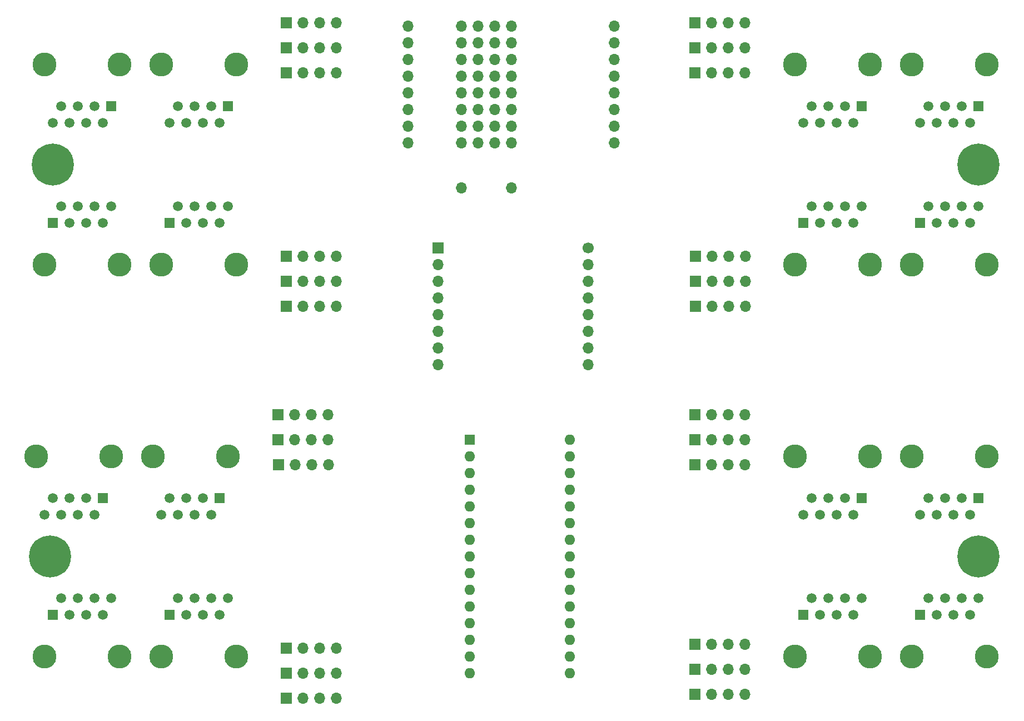
<source format=gbr>
%TF.GenerationSoftware,KiCad,Pcbnew,(7.0.0)*%
%TF.CreationDate,2023-10-27T12:37:55+01:00*%
%TF.ProjectId,euro-project-sensors-pcb,6575726f-2d70-4726-9f6a-6563742d7365,rev?*%
%TF.SameCoordinates,Original*%
%TF.FileFunction,Soldermask,Bot*%
%TF.FilePolarity,Negative*%
%FSLAX46Y46*%
G04 Gerber Fmt 4.6, Leading zero omitted, Abs format (unit mm)*
G04 Created by KiCad (PCBNEW (7.0.0)) date 2023-10-27 12:37:55*
%MOMM*%
%LPD*%
G01*
G04 APERTURE LIST*
%ADD10R,1.700000X1.700000*%
%ADD11O,1.700000X1.700000*%
%ADD12C,1.700000*%
%ADD13C,0.800000*%
%ADD14C,6.400000*%
%ADD15C,3.650000*%
%ADD16R,1.500000X1.500000*%
%ADD17C,1.500000*%
%ADD18R,1.600000X1.600000*%
%ADD19O,1.600000X1.600000*%
G04 APERTURE END LIST*
D10*
%TO.C,J32*%
X111759999Y-44449999D03*
D11*
X114299999Y-44449999D03*
X116839999Y-44449999D03*
X119379999Y-44449999D03*
%TD*%
%TO.C,A2*%
X138429999Y-44957999D03*
X138429999Y-47497999D03*
X138429999Y-50037999D03*
X138429999Y-52577999D03*
X138429999Y-55117999D03*
X138429999Y-57657999D03*
X138429999Y-60197999D03*
X138429999Y-62737999D03*
X146049999Y-44957999D03*
X146049999Y-47497999D03*
X146049999Y-50037999D03*
X146049999Y-52577999D03*
X146049999Y-55117999D03*
X146049999Y-57657999D03*
X146049999Y-60197999D03*
X146049999Y-62737999D03*
D10*
X134873999Y-78739999D03*
D11*
X134873999Y-81279999D03*
X134873999Y-83819999D03*
X134873999Y-86359999D03*
X134873999Y-88899999D03*
X134873999Y-91439999D03*
X134873999Y-93979999D03*
X134873999Y-96519999D03*
X157733999Y-96519999D03*
X157733999Y-93979999D03*
X157733999Y-91439999D03*
X157733999Y-88899999D03*
X157733999Y-86359999D03*
X157733999Y-83819999D03*
X157733999Y-81279999D03*
D12*
X157734000Y-78740000D03*
D11*
X143509999Y-62737999D03*
X161670999Y-62737999D03*
X143509999Y-60197999D03*
X161670999Y-60197999D03*
X143509999Y-57657999D03*
X161670999Y-57657999D03*
X143509999Y-55117999D03*
X161670999Y-55117999D03*
X143509999Y-52577999D03*
X161670999Y-52577999D03*
X143509999Y-50037999D03*
X161670999Y-50037999D03*
X143509999Y-47497999D03*
X161670999Y-47497999D03*
X143509999Y-44957999D03*
X161670999Y-44957999D03*
X130301999Y-44957999D03*
X140969999Y-44957999D03*
X130301999Y-47497999D03*
X140969999Y-47497999D03*
X130301999Y-50037999D03*
X140969999Y-50037999D03*
X130301999Y-52577999D03*
X140969999Y-52577999D03*
X130301999Y-55117999D03*
X140969999Y-55117999D03*
X130301999Y-57657999D03*
X140969999Y-57657999D03*
X130301999Y-60197999D03*
X140969999Y-60197999D03*
X130301999Y-62737999D03*
X140969999Y-62737999D03*
X138429999Y-69595999D03*
X146049999Y-69595999D03*
%TD*%
D13*
%TO.C,REF\u002A\u002A*%
X73372944Y-125730000D03*
X74075888Y-124032944D03*
X74075888Y-127427056D03*
X75772944Y-123330000D03*
D14*
X75772944Y-125730000D03*
D13*
X75772944Y-128130000D03*
X77470000Y-124032944D03*
X77470000Y-127427056D03*
X78172944Y-125730000D03*
%TD*%
%TO.C,REF\u002A\u002A*%
X214770000Y-125730000D03*
X215472944Y-124032944D03*
X215472944Y-127427056D03*
X217170000Y-123330000D03*
D14*
X217170000Y-125730000D03*
D13*
X217170000Y-128130000D03*
X218867056Y-124032944D03*
X218867056Y-127427056D03*
X219570000Y-125730000D03*
%TD*%
%TO.C,REF\u002A\u002A*%
X214770000Y-66040000D03*
X215472944Y-64342944D03*
X215472944Y-67737056D03*
X217170000Y-63640000D03*
D14*
X217170000Y-66040000D03*
D13*
X217170000Y-68440000D03*
X218867056Y-64342944D03*
X218867056Y-67737056D03*
X219570000Y-66040000D03*
%TD*%
%TO.C,REF\u002A\u002A*%
X76200000Y-63640000D03*
X77897056Y-67737056D03*
X77897056Y-64342944D03*
X78600000Y-66040000D03*
D14*
X76200000Y-66040000D03*
D13*
X76200000Y-68440000D03*
X74502944Y-64342944D03*
X74502944Y-67737056D03*
X73800000Y-66040000D03*
%TD*%
D15*
%TO.C,J40*%
X74930000Y-140970000D03*
X86360000Y-140970000D03*
D16*
X76199999Y-134619999D03*
D17*
X77470000Y-132080000D03*
X78740000Y-134620000D03*
X80010000Y-132080000D03*
X81280000Y-134620000D03*
X82550000Y-132080000D03*
X83820000Y-134620000D03*
X85090000Y-132080000D03*
%TD*%
D15*
%TO.C,J39*%
X92710000Y-140970000D03*
X104140000Y-140970000D03*
D16*
X93979999Y-134619999D03*
D17*
X95250000Y-132080000D03*
X96520000Y-134620000D03*
X97790000Y-132080000D03*
X99060000Y-134620000D03*
X100330000Y-132080000D03*
X101600000Y-134620000D03*
X102870000Y-132080000D03*
%TD*%
D15*
%TO.C,J38*%
X104140000Y-50800000D03*
X92710000Y-50800000D03*
D16*
X102869999Y-57149999D03*
D17*
X101600000Y-59690000D03*
X100330000Y-57150000D03*
X99060000Y-59690000D03*
X97790000Y-57150000D03*
X96520000Y-59690000D03*
X95250000Y-57150000D03*
X93980000Y-59690000D03*
%TD*%
D15*
%TO.C,J37*%
X86360000Y-50800000D03*
X74930000Y-50800000D03*
D16*
X85089999Y-57149999D03*
D17*
X83820000Y-59690000D03*
X82550000Y-57150000D03*
X81280000Y-59690000D03*
X80010000Y-57150000D03*
X78740000Y-59690000D03*
X77470000Y-57150000D03*
X76200000Y-59690000D03*
%TD*%
D15*
%TO.C,J36*%
X92710000Y-81280000D03*
X104140000Y-81280000D03*
D16*
X93979999Y-74929999D03*
D17*
X95250000Y-72390000D03*
X96520000Y-74930000D03*
X97790000Y-72390000D03*
X99060000Y-74930000D03*
X100330000Y-72390000D03*
X101600000Y-74930000D03*
X102870000Y-72390000D03*
%TD*%
D15*
%TO.C,J35*%
X74930000Y-81280000D03*
X86360000Y-81280000D03*
D16*
X76199999Y-74929999D03*
D17*
X77470000Y-72390000D03*
X78740000Y-74930000D03*
X80010000Y-72390000D03*
X81280000Y-74930000D03*
X82550000Y-72390000D03*
X83820000Y-74930000D03*
X85090000Y-72390000D03*
%TD*%
D15*
%TO.C,J34*%
X102870000Y-110490000D03*
X91440000Y-110490000D03*
D16*
X101599999Y-116839999D03*
D17*
X100330000Y-119380000D03*
X99060000Y-116840000D03*
X97790000Y-119380000D03*
X96520000Y-116840000D03*
X95250000Y-119380000D03*
X93980000Y-116840000D03*
X92710000Y-119380000D03*
%TD*%
D15*
%TO.C,J33*%
X85090000Y-110490000D03*
X73660000Y-110490000D03*
D16*
X83819999Y-116839999D03*
D17*
X82550000Y-119380000D03*
X81280000Y-116840000D03*
X80010000Y-119380000D03*
X78740000Y-116840000D03*
X77470000Y-119380000D03*
X76200000Y-116840000D03*
X74930000Y-119380000D03*
%TD*%
D10*
%TO.C,J31*%
X111759999Y-48259999D03*
D11*
X114299999Y-48259999D03*
X116839999Y-48259999D03*
X119379999Y-48259999D03*
%TD*%
D10*
%TO.C,J30*%
X111759999Y-52069999D03*
D11*
X114299999Y-52069999D03*
X116839999Y-52069999D03*
X119379999Y-52069999D03*
%TD*%
D10*
%TO.C,J29*%
X111759999Y-80009999D03*
D11*
X114299999Y-80009999D03*
X116839999Y-80009999D03*
X119379999Y-80009999D03*
%TD*%
D10*
%TO.C,J28*%
X111759999Y-83819999D03*
D11*
X114299999Y-83819999D03*
X116839999Y-83819999D03*
X119379999Y-83819999D03*
%TD*%
D10*
%TO.C,J27*%
X111759999Y-87629999D03*
D11*
X114299999Y-87629999D03*
X116839999Y-87629999D03*
X119379999Y-87629999D03*
%TD*%
D10*
%TO.C,J26*%
X110489999Y-104139999D03*
D11*
X113029999Y-104139999D03*
X115569999Y-104139999D03*
X118109999Y-104139999D03*
%TD*%
D10*
%TO.C,J25*%
X110489999Y-107949999D03*
D11*
X113029999Y-107949999D03*
X115569999Y-107949999D03*
X118109999Y-107949999D03*
%TD*%
D10*
%TO.C,J24*%
X110499999Y-111759999D03*
D11*
X113039999Y-111759999D03*
X115579999Y-111759999D03*
X118119999Y-111759999D03*
%TD*%
D10*
%TO.C,J23*%
X111759999Y-139699999D03*
D11*
X114299999Y-139699999D03*
X116839999Y-139699999D03*
X119379999Y-139699999D03*
%TD*%
D10*
%TO.C,J22*%
X111759999Y-143509999D03*
D11*
X114299999Y-143509999D03*
X116839999Y-143509999D03*
X119379999Y-143509999D03*
%TD*%
D10*
%TO.C,J21*%
X111759999Y-147319999D03*
D11*
X114299999Y-147319999D03*
X116839999Y-147319999D03*
X119379999Y-147319999D03*
%TD*%
D15*
%TO.C,J20*%
X200660000Y-50800000D03*
X189230000Y-50800000D03*
D16*
X199389999Y-57149999D03*
D17*
X198120000Y-59690000D03*
X196850000Y-57150000D03*
X195580000Y-59690000D03*
X194310000Y-57150000D03*
X193040000Y-59690000D03*
X191770000Y-57150000D03*
X190500000Y-59690000D03*
%TD*%
D15*
%TO.C,J19*%
X218440000Y-50800000D03*
X207010000Y-50800000D03*
D16*
X217169999Y-57149999D03*
D17*
X215900000Y-59690000D03*
X214630000Y-57150000D03*
X213360000Y-59690000D03*
X212090000Y-57150000D03*
X210820000Y-59690000D03*
X209550000Y-57150000D03*
X208280000Y-59690000D03*
%TD*%
D10*
%TO.C,J18*%
X173989999Y-52069999D03*
D11*
X176529999Y-52069999D03*
X179069999Y-52069999D03*
X181609999Y-52069999D03*
%TD*%
D10*
%TO.C,J17*%
X173989999Y-48259999D03*
D11*
X176529999Y-48259999D03*
X179069999Y-48259999D03*
X181609999Y-48259999D03*
%TD*%
D10*
%TO.C,J16*%
X173989999Y-44449999D03*
D11*
X176529999Y-44449999D03*
X179069999Y-44449999D03*
X181609999Y-44449999D03*
%TD*%
D15*
%TO.C,J15*%
X207005000Y-81280000D03*
X218435000Y-81280000D03*
D16*
X208274999Y-74929999D03*
D17*
X209545000Y-72390000D03*
X210815000Y-74930000D03*
X212085000Y-72390000D03*
X213355000Y-74930000D03*
X214625000Y-72390000D03*
X215895000Y-74930000D03*
X217165000Y-72390000D03*
%TD*%
D15*
%TO.C,J14*%
X189230000Y-81280000D03*
X200660000Y-81280000D03*
D16*
X190499999Y-74929999D03*
D17*
X191770000Y-72390000D03*
X193040000Y-74930000D03*
X194310000Y-72390000D03*
X195580000Y-74930000D03*
X196850000Y-72390000D03*
X198120000Y-74930000D03*
X199390000Y-72390000D03*
%TD*%
D10*
%TO.C,J13*%
X173999999Y-80009999D03*
D11*
X176539999Y-80009999D03*
X179079999Y-80009999D03*
X181619999Y-80009999D03*
%TD*%
D10*
%TO.C,J12*%
X173999999Y-83819999D03*
D11*
X176539999Y-83819999D03*
X179079999Y-83819999D03*
X181619999Y-83819999D03*
%TD*%
D10*
%TO.C,J11*%
X173999999Y-87629999D03*
D11*
X176539999Y-87629999D03*
X179079999Y-87629999D03*
X181619999Y-87629999D03*
%TD*%
D15*
%TO.C,J10*%
X200665000Y-110490000D03*
X189235000Y-110490000D03*
D16*
X199394999Y-116839999D03*
D17*
X198125000Y-119380000D03*
X196855000Y-116840000D03*
X195585000Y-119380000D03*
X194315000Y-116840000D03*
X193045000Y-119380000D03*
X191775000Y-116840000D03*
X190505000Y-119380000D03*
%TD*%
D15*
%TO.C,J9*%
X218440000Y-110490000D03*
X207010000Y-110490000D03*
D16*
X217169999Y-116839999D03*
D17*
X215900000Y-119380000D03*
X214630000Y-116840000D03*
X213360000Y-119380000D03*
X212090000Y-116840000D03*
X210820000Y-119380000D03*
X209550000Y-116840000D03*
X208280000Y-119380000D03*
%TD*%
D10*
%TO.C,J8*%
X173989999Y-107949999D03*
D11*
X176529999Y-107949999D03*
X179069999Y-107949999D03*
X181609999Y-107949999D03*
%TD*%
D10*
%TO.C,J7*%
X173989999Y-111759999D03*
D11*
X176529999Y-111759999D03*
X179069999Y-111759999D03*
X181609999Y-111759999D03*
%TD*%
D10*
%TO.C,J6*%
X173989999Y-104139999D03*
D11*
X176529999Y-104139999D03*
X179069999Y-104139999D03*
X181609999Y-104139999D03*
%TD*%
D10*
%TO.C,J5*%
X173989999Y-139064999D03*
D11*
X176529999Y-139064999D03*
X179069999Y-139064999D03*
X181609999Y-139064999D03*
%TD*%
D10*
%TO.C,J3*%
X173989999Y-142874999D03*
D11*
X176529999Y-142874999D03*
X179069999Y-142874999D03*
X181609999Y-142874999D03*
%TD*%
D10*
%TO.C,J2*%
X173989999Y-146684999D03*
D11*
X176529999Y-146684999D03*
X179069999Y-146684999D03*
X181609999Y-146684999D03*
%TD*%
D15*
%TO.C,J1*%
X207010000Y-140970000D03*
X218440000Y-140970000D03*
D16*
X208279999Y-134619999D03*
D17*
X209550000Y-132080000D03*
X210820000Y-134620000D03*
X212090000Y-132080000D03*
X213360000Y-134620000D03*
X214630000Y-132080000D03*
X215900000Y-134620000D03*
X217170000Y-132080000D03*
%TD*%
D15*
%TO.C,J4*%
X189230000Y-140970000D03*
X200660000Y-140970000D03*
D16*
X190499999Y-134619999D03*
D17*
X191770000Y-132080000D03*
X193040000Y-134620000D03*
X194310000Y-132080000D03*
X195580000Y-134620000D03*
X196850000Y-132080000D03*
X198120000Y-134620000D03*
X199390000Y-132080000D03*
%TD*%
D18*
%TO.C,A1*%
X139699999Y-107949999D03*
D19*
X139699999Y-110489999D03*
X139699999Y-113029999D03*
X139699999Y-115569999D03*
X139699999Y-118109999D03*
X139699999Y-120649999D03*
X139699999Y-123189999D03*
X139699999Y-125729999D03*
X139699999Y-128269999D03*
X139699999Y-130809999D03*
X139699999Y-133349999D03*
X139699999Y-135889999D03*
X139699999Y-138429999D03*
X139699999Y-140969999D03*
X139699999Y-143509999D03*
X154939999Y-143509999D03*
X154939999Y-140969999D03*
X154939999Y-138429999D03*
X154939999Y-135889999D03*
X154939999Y-133349999D03*
X154939999Y-130809999D03*
X154939999Y-128269999D03*
X154939999Y-125729999D03*
X154939999Y-123189999D03*
X154939999Y-120649999D03*
X154939999Y-118109999D03*
X154939999Y-115569999D03*
X154939999Y-113029999D03*
X154939999Y-110489999D03*
X154939999Y-107949999D03*
%TD*%
M02*

</source>
